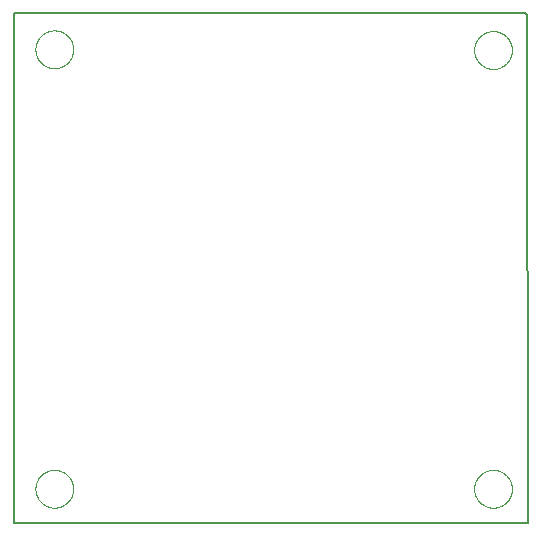
<source format=gtp>
G75*
%MOIN*%
%OFA0B0*%
%FSLAX25Y25*%
%IPPOS*%
%LPD*%
%AMOC8*
5,1,8,0,0,1.08239X$1,22.5*
%
%ADD10C,0.00000*%
%ADD11C,0.00600*%
D10*
X0012501Y0016300D02*
X0012503Y0016458D01*
X0012509Y0016616D01*
X0012519Y0016774D01*
X0012533Y0016932D01*
X0012551Y0017089D01*
X0012572Y0017246D01*
X0012598Y0017402D01*
X0012628Y0017558D01*
X0012661Y0017713D01*
X0012699Y0017866D01*
X0012740Y0018019D01*
X0012785Y0018171D01*
X0012834Y0018322D01*
X0012887Y0018471D01*
X0012943Y0018619D01*
X0013003Y0018765D01*
X0013067Y0018910D01*
X0013135Y0019053D01*
X0013206Y0019195D01*
X0013280Y0019335D01*
X0013358Y0019472D01*
X0013440Y0019608D01*
X0013524Y0019742D01*
X0013613Y0019873D01*
X0013704Y0020002D01*
X0013799Y0020129D01*
X0013896Y0020254D01*
X0013997Y0020376D01*
X0014101Y0020495D01*
X0014208Y0020612D01*
X0014318Y0020726D01*
X0014431Y0020837D01*
X0014546Y0020946D01*
X0014664Y0021051D01*
X0014785Y0021153D01*
X0014908Y0021253D01*
X0015034Y0021349D01*
X0015162Y0021442D01*
X0015292Y0021532D01*
X0015425Y0021618D01*
X0015560Y0021702D01*
X0015696Y0021781D01*
X0015835Y0021858D01*
X0015976Y0021930D01*
X0016118Y0022000D01*
X0016262Y0022065D01*
X0016408Y0022127D01*
X0016555Y0022185D01*
X0016704Y0022240D01*
X0016854Y0022291D01*
X0017005Y0022338D01*
X0017157Y0022381D01*
X0017310Y0022420D01*
X0017465Y0022456D01*
X0017620Y0022487D01*
X0017776Y0022515D01*
X0017932Y0022539D01*
X0018089Y0022559D01*
X0018247Y0022575D01*
X0018404Y0022587D01*
X0018563Y0022595D01*
X0018721Y0022599D01*
X0018879Y0022599D01*
X0019037Y0022595D01*
X0019196Y0022587D01*
X0019353Y0022575D01*
X0019511Y0022559D01*
X0019668Y0022539D01*
X0019824Y0022515D01*
X0019980Y0022487D01*
X0020135Y0022456D01*
X0020290Y0022420D01*
X0020443Y0022381D01*
X0020595Y0022338D01*
X0020746Y0022291D01*
X0020896Y0022240D01*
X0021045Y0022185D01*
X0021192Y0022127D01*
X0021338Y0022065D01*
X0021482Y0022000D01*
X0021624Y0021930D01*
X0021765Y0021858D01*
X0021904Y0021781D01*
X0022040Y0021702D01*
X0022175Y0021618D01*
X0022308Y0021532D01*
X0022438Y0021442D01*
X0022566Y0021349D01*
X0022692Y0021253D01*
X0022815Y0021153D01*
X0022936Y0021051D01*
X0023054Y0020946D01*
X0023169Y0020837D01*
X0023282Y0020726D01*
X0023392Y0020612D01*
X0023499Y0020495D01*
X0023603Y0020376D01*
X0023704Y0020254D01*
X0023801Y0020129D01*
X0023896Y0020002D01*
X0023987Y0019873D01*
X0024076Y0019742D01*
X0024160Y0019608D01*
X0024242Y0019472D01*
X0024320Y0019335D01*
X0024394Y0019195D01*
X0024465Y0019053D01*
X0024533Y0018910D01*
X0024597Y0018765D01*
X0024657Y0018619D01*
X0024713Y0018471D01*
X0024766Y0018322D01*
X0024815Y0018171D01*
X0024860Y0018019D01*
X0024901Y0017866D01*
X0024939Y0017713D01*
X0024972Y0017558D01*
X0025002Y0017402D01*
X0025028Y0017246D01*
X0025049Y0017089D01*
X0025067Y0016932D01*
X0025081Y0016774D01*
X0025091Y0016616D01*
X0025097Y0016458D01*
X0025099Y0016300D01*
X0025097Y0016142D01*
X0025091Y0015984D01*
X0025081Y0015826D01*
X0025067Y0015668D01*
X0025049Y0015511D01*
X0025028Y0015354D01*
X0025002Y0015198D01*
X0024972Y0015042D01*
X0024939Y0014887D01*
X0024901Y0014734D01*
X0024860Y0014581D01*
X0024815Y0014429D01*
X0024766Y0014278D01*
X0024713Y0014129D01*
X0024657Y0013981D01*
X0024597Y0013835D01*
X0024533Y0013690D01*
X0024465Y0013547D01*
X0024394Y0013405D01*
X0024320Y0013265D01*
X0024242Y0013128D01*
X0024160Y0012992D01*
X0024076Y0012858D01*
X0023987Y0012727D01*
X0023896Y0012598D01*
X0023801Y0012471D01*
X0023704Y0012346D01*
X0023603Y0012224D01*
X0023499Y0012105D01*
X0023392Y0011988D01*
X0023282Y0011874D01*
X0023169Y0011763D01*
X0023054Y0011654D01*
X0022936Y0011549D01*
X0022815Y0011447D01*
X0022692Y0011347D01*
X0022566Y0011251D01*
X0022438Y0011158D01*
X0022308Y0011068D01*
X0022175Y0010982D01*
X0022040Y0010898D01*
X0021904Y0010819D01*
X0021765Y0010742D01*
X0021624Y0010670D01*
X0021482Y0010600D01*
X0021338Y0010535D01*
X0021192Y0010473D01*
X0021045Y0010415D01*
X0020896Y0010360D01*
X0020746Y0010309D01*
X0020595Y0010262D01*
X0020443Y0010219D01*
X0020290Y0010180D01*
X0020135Y0010144D01*
X0019980Y0010113D01*
X0019824Y0010085D01*
X0019668Y0010061D01*
X0019511Y0010041D01*
X0019353Y0010025D01*
X0019196Y0010013D01*
X0019037Y0010005D01*
X0018879Y0010001D01*
X0018721Y0010001D01*
X0018563Y0010005D01*
X0018404Y0010013D01*
X0018247Y0010025D01*
X0018089Y0010041D01*
X0017932Y0010061D01*
X0017776Y0010085D01*
X0017620Y0010113D01*
X0017465Y0010144D01*
X0017310Y0010180D01*
X0017157Y0010219D01*
X0017005Y0010262D01*
X0016854Y0010309D01*
X0016704Y0010360D01*
X0016555Y0010415D01*
X0016408Y0010473D01*
X0016262Y0010535D01*
X0016118Y0010600D01*
X0015976Y0010670D01*
X0015835Y0010742D01*
X0015696Y0010819D01*
X0015560Y0010898D01*
X0015425Y0010982D01*
X0015292Y0011068D01*
X0015162Y0011158D01*
X0015034Y0011251D01*
X0014908Y0011347D01*
X0014785Y0011447D01*
X0014664Y0011549D01*
X0014546Y0011654D01*
X0014431Y0011763D01*
X0014318Y0011874D01*
X0014208Y0011988D01*
X0014101Y0012105D01*
X0013997Y0012224D01*
X0013896Y0012346D01*
X0013799Y0012471D01*
X0013704Y0012598D01*
X0013613Y0012727D01*
X0013524Y0012858D01*
X0013440Y0012992D01*
X0013358Y0013128D01*
X0013280Y0013265D01*
X0013206Y0013405D01*
X0013135Y0013547D01*
X0013067Y0013690D01*
X0013003Y0013835D01*
X0012943Y0013981D01*
X0012887Y0014129D01*
X0012834Y0014278D01*
X0012785Y0014429D01*
X0012740Y0014581D01*
X0012699Y0014734D01*
X0012661Y0014887D01*
X0012628Y0015042D01*
X0012598Y0015198D01*
X0012572Y0015354D01*
X0012551Y0015511D01*
X0012533Y0015668D01*
X0012519Y0015826D01*
X0012509Y0015984D01*
X0012503Y0016142D01*
X0012501Y0016300D01*
X0012501Y0162800D02*
X0012503Y0162958D01*
X0012509Y0163116D01*
X0012519Y0163274D01*
X0012533Y0163432D01*
X0012551Y0163589D01*
X0012572Y0163746D01*
X0012598Y0163902D01*
X0012628Y0164058D01*
X0012661Y0164213D01*
X0012699Y0164366D01*
X0012740Y0164519D01*
X0012785Y0164671D01*
X0012834Y0164822D01*
X0012887Y0164971D01*
X0012943Y0165119D01*
X0013003Y0165265D01*
X0013067Y0165410D01*
X0013135Y0165553D01*
X0013206Y0165695D01*
X0013280Y0165835D01*
X0013358Y0165972D01*
X0013440Y0166108D01*
X0013524Y0166242D01*
X0013613Y0166373D01*
X0013704Y0166502D01*
X0013799Y0166629D01*
X0013896Y0166754D01*
X0013997Y0166876D01*
X0014101Y0166995D01*
X0014208Y0167112D01*
X0014318Y0167226D01*
X0014431Y0167337D01*
X0014546Y0167446D01*
X0014664Y0167551D01*
X0014785Y0167653D01*
X0014908Y0167753D01*
X0015034Y0167849D01*
X0015162Y0167942D01*
X0015292Y0168032D01*
X0015425Y0168118D01*
X0015560Y0168202D01*
X0015696Y0168281D01*
X0015835Y0168358D01*
X0015976Y0168430D01*
X0016118Y0168500D01*
X0016262Y0168565D01*
X0016408Y0168627D01*
X0016555Y0168685D01*
X0016704Y0168740D01*
X0016854Y0168791D01*
X0017005Y0168838D01*
X0017157Y0168881D01*
X0017310Y0168920D01*
X0017465Y0168956D01*
X0017620Y0168987D01*
X0017776Y0169015D01*
X0017932Y0169039D01*
X0018089Y0169059D01*
X0018247Y0169075D01*
X0018404Y0169087D01*
X0018563Y0169095D01*
X0018721Y0169099D01*
X0018879Y0169099D01*
X0019037Y0169095D01*
X0019196Y0169087D01*
X0019353Y0169075D01*
X0019511Y0169059D01*
X0019668Y0169039D01*
X0019824Y0169015D01*
X0019980Y0168987D01*
X0020135Y0168956D01*
X0020290Y0168920D01*
X0020443Y0168881D01*
X0020595Y0168838D01*
X0020746Y0168791D01*
X0020896Y0168740D01*
X0021045Y0168685D01*
X0021192Y0168627D01*
X0021338Y0168565D01*
X0021482Y0168500D01*
X0021624Y0168430D01*
X0021765Y0168358D01*
X0021904Y0168281D01*
X0022040Y0168202D01*
X0022175Y0168118D01*
X0022308Y0168032D01*
X0022438Y0167942D01*
X0022566Y0167849D01*
X0022692Y0167753D01*
X0022815Y0167653D01*
X0022936Y0167551D01*
X0023054Y0167446D01*
X0023169Y0167337D01*
X0023282Y0167226D01*
X0023392Y0167112D01*
X0023499Y0166995D01*
X0023603Y0166876D01*
X0023704Y0166754D01*
X0023801Y0166629D01*
X0023896Y0166502D01*
X0023987Y0166373D01*
X0024076Y0166242D01*
X0024160Y0166108D01*
X0024242Y0165972D01*
X0024320Y0165835D01*
X0024394Y0165695D01*
X0024465Y0165553D01*
X0024533Y0165410D01*
X0024597Y0165265D01*
X0024657Y0165119D01*
X0024713Y0164971D01*
X0024766Y0164822D01*
X0024815Y0164671D01*
X0024860Y0164519D01*
X0024901Y0164366D01*
X0024939Y0164213D01*
X0024972Y0164058D01*
X0025002Y0163902D01*
X0025028Y0163746D01*
X0025049Y0163589D01*
X0025067Y0163432D01*
X0025081Y0163274D01*
X0025091Y0163116D01*
X0025097Y0162958D01*
X0025099Y0162800D01*
X0025097Y0162642D01*
X0025091Y0162484D01*
X0025081Y0162326D01*
X0025067Y0162168D01*
X0025049Y0162011D01*
X0025028Y0161854D01*
X0025002Y0161698D01*
X0024972Y0161542D01*
X0024939Y0161387D01*
X0024901Y0161234D01*
X0024860Y0161081D01*
X0024815Y0160929D01*
X0024766Y0160778D01*
X0024713Y0160629D01*
X0024657Y0160481D01*
X0024597Y0160335D01*
X0024533Y0160190D01*
X0024465Y0160047D01*
X0024394Y0159905D01*
X0024320Y0159765D01*
X0024242Y0159628D01*
X0024160Y0159492D01*
X0024076Y0159358D01*
X0023987Y0159227D01*
X0023896Y0159098D01*
X0023801Y0158971D01*
X0023704Y0158846D01*
X0023603Y0158724D01*
X0023499Y0158605D01*
X0023392Y0158488D01*
X0023282Y0158374D01*
X0023169Y0158263D01*
X0023054Y0158154D01*
X0022936Y0158049D01*
X0022815Y0157947D01*
X0022692Y0157847D01*
X0022566Y0157751D01*
X0022438Y0157658D01*
X0022308Y0157568D01*
X0022175Y0157482D01*
X0022040Y0157398D01*
X0021904Y0157319D01*
X0021765Y0157242D01*
X0021624Y0157170D01*
X0021482Y0157100D01*
X0021338Y0157035D01*
X0021192Y0156973D01*
X0021045Y0156915D01*
X0020896Y0156860D01*
X0020746Y0156809D01*
X0020595Y0156762D01*
X0020443Y0156719D01*
X0020290Y0156680D01*
X0020135Y0156644D01*
X0019980Y0156613D01*
X0019824Y0156585D01*
X0019668Y0156561D01*
X0019511Y0156541D01*
X0019353Y0156525D01*
X0019196Y0156513D01*
X0019037Y0156505D01*
X0018879Y0156501D01*
X0018721Y0156501D01*
X0018563Y0156505D01*
X0018404Y0156513D01*
X0018247Y0156525D01*
X0018089Y0156541D01*
X0017932Y0156561D01*
X0017776Y0156585D01*
X0017620Y0156613D01*
X0017465Y0156644D01*
X0017310Y0156680D01*
X0017157Y0156719D01*
X0017005Y0156762D01*
X0016854Y0156809D01*
X0016704Y0156860D01*
X0016555Y0156915D01*
X0016408Y0156973D01*
X0016262Y0157035D01*
X0016118Y0157100D01*
X0015976Y0157170D01*
X0015835Y0157242D01*
X0015696Y0157319D01*
X0015560Y0157398D01*
X0015425Y0157482D01*
X0015292Y0157568D01*
X0015162Y0157658D01*
X0015034Y0157751D01*
X0014908Y0157847D01*
X0014785Y0157947D01*
X0014664Y0158049D01*
X0014546Y0158154D01*
X0014431Y0158263D01*
X0014318Y0158374D01*
X0014208Y0158488D01*
X0014101Y0158605D01*
X0013997Y0158724D01*
X0013896Y0158846D01*
X0013799Y0158971D01*
X0013704Y0159098D01*
X0013613Y0159227D01*
X0013524Y0159358D01*
X0013440Y0159492D01*
X0013358Y0159628D01*
X0013280Y0159765D01*
X0013206Y0159905D01*
X0013135Y0160047D01*
X0013067Y0160190D01*
X0013003Y0160335D01*
X0012943Y0160481D01*
X0012887Y0160629D01*
X0012834Y0160778D01*
X0012785Y0160929D01*
X0012740Y0161081D01*
X0012699Y0161234D01*
X0012661Y0161387D01*
X0012628Y0161542D01*
X0012598Y0161698D01*
X0012572Y0161854D01*
X0012551Y0162011D01*
X0012533Y0162168D01*
X0012519Y0162326D01*
X0012509Y0162484D01*
X0012503Y0162642D01*
X0012501Y0162800D01*
X0158751Y0162550D02*
X0158753Y0162708D01*
X0158759Y0162866D01*
X0158769Y0163024D01*
X0158783Y0163182D01*
X0158801Y0163339D01*
X0158822Y0163496D01*
X0158848Y0163652D01*
X0158878Y0163808D01*
X0158911Y0163963D01*
X0158949Y0164116D01*
X0158990Y0164269D01*
X0159035Y0164421D01*
X0159084Y0164572D01*
X0159137Y0164721D01*
X0159193Y0164869D01*
X0159253Y0165015D01*
X0159317Y0165160D01*
X0159385Y0165303D01*
X0159456Y0165445D01*
X0159530Y0165585D01*
X0159608Y0165722D01*
X0159690Y0165858D01*
X0159774Y0165992D01*
X0159863Y0166123D01*
X0159954Y0166252D01*
X0160049Y0166379D01*
X0160146Y0166504D01*
X0160247Y0166626D01*
X0160351Y0166745D01*
X0160458Y0166862D01*
X0160568Y0166976D01*
X0160681Y0167087D01*
X0160796Y0167196D01*
X0160914Y0167301D01*
X0161035Y0167403D01*
X0161158Y0167503D01*
X0161284Y0167599D01*
X0161412Y0167692D01*
X0161542Y0167782D01*
X0161675Y0167868D01*
X0161810Y0167952D01*
X0161946Y0168031D01*
X0162085Y0168108D01*
X0162226Y0168180D01*
X0162368Y0168250D01*
X0162512Y0168315D01*
X0162658Y0168377D01*
X0162805Y0168435D01*
X0162954Y0168490D01*
X0163104Y0168541D01*
X0163255Y0168588D01*
X0163407Y0168631D01*
X0163560Y0168670D01*
X0163715Y0168706D01*
X0163870Y0168737D01*
X0164026Y0168765D01*
X0164182Y0168789D01*
X0164339Y0168809D01*
X0164497Y0168825D01*
X0164654Y0168837D01*
X0164813Y0168845D01*
X0164971Y0168849D01*
X0165129Y0168849D01*
X0165287Y0168845D01*
X0165446Y0168837D01*
X0165603Y0168825D01*
X0165761Y0168809D01*
X0165918Y0168789D01*
X0166074Y0168765D01*
X0166230Y0168737D01*
X0166385Y0168706D01*
X0166540Y0168670D01*
X0166693Y0168631D01*
X0166845Y0168588D01*
X0166996Y0168541D01*
X0167146Y0168490D01*
X0167295Y0168435D01*
X0167442Y0168377D01*
X0167588Y0168315D01*
X0167732Y0168250D01*
X0167874Y0168180D01*
X0168015Y0168108D01*
X0168154Y0168031D01*
X0168290Y0167952D01*
X0168425Y0167868D01*
X0168558Y0167782D01*
X0168688Y0167692D01*
X0168816Y0167599D01*
X0168942Y0167503D01*
X0169065Y0167403D01*
X0169186Y0167301D01*
X0169304Y0167196D01*
X0169419Y0167087D01*
X0169532Y0166976D01*
X0169642Y0166862D01*
X0169749Y0166745D01*
X0169853Y0166626D01*
X0169954Y0166504D01*
X0170051Y0166379D01*
X0170146Y0166252D01*
X0170237Y0166123D01*
X0170326Y0165992D01*
X0170410Y0165858D01*
X0170492Y0165722D01*
X0170570Y0165585D01*
X0170644Y0165445D01*
X0170715Y0165303D01*
X0170783Y0165160D01*
X0170847Y0165015D01*
X0170907Y0164869D01*
X0170963Y0164721D01*
X0171016Y0164572D01*
X0171065Y0164421D01*
X0171110Y0164269D01*
X0171151Y0164116D01*
X0171189Y0163963D01*
X0171222Y0163808D01*
X0171252Y0163652D01*
X0171278Y0163496D01*
X0171299Y0163339D01*
X0171317Y0163182D01*
X0171331Y0163024D01*
X0171341Y0162866D01*
X0171347Y0162708D01*
X0171349Y0162550D01*
X0171347Y0162392D01*
X0171341Y0162234D01*
X0171331Y0162076D01*
X0171317Y0161918D01*
X0171299Y0161761D01*
X0171278Y0161604D01*
X0171252Y0161448D01*
X0171222Y0161292D01*
X0171189Y0161137D01*
X0171151Y0160984D01*
X0171110Y0160831D01*
X0171065Y0160679D01*
X0171016Y0160528D01*
X0170963Y0160379D01*
X0170907Y0160231D01*
X0170847Y0160085D01*
X0170783Y0159940D01*
X0170715Y0159797D01*
X0170644Y0159655D01*
X0170570Y0159515D01*
X0170492Y0159378D01*
X0170410Y0159242D01*
X0170326Y0159108D01*
X0170237Y0158977D01*
X0170146Y0158848D01*
X0170051Y0158721D01*
X0169954Y0158596D01*
X0169853Y0158474D01*
X0169749Y0158355D01*
X0169642Y0158238D01*
X0169532Y0158124D01*
X0169419Y0158013D01*
X0169304Y0157904D01*
X0169186Y0157799D01*
X0169065Y0157697D01*
X0168942Y0157597D01*
X0168816Y0157501D01*
X0168688Y0157408D01*
X0168558Y0157318D01*
X0168425Y0157232D01*
X0168290Y0157148D01*
X0168154Y0157069D01*
X0168015Y0156992D01*
X0167874Y0156920D01*
X0167732Y0156850D01*
X0167588Y0156785D01*
X0167442Y0156723D01*
X0167295Y0156665D01*
X0167146Y0156610D01*
X0166996Y0156559D01*
X0166845Y0156512D01*
X0166693Y0156469D01*
X0166540Y0156430D01*
X0166385Y0156394D01*
X0166230Y0156363D01*
X0166074Y0156335D01*
X0165918Y0156311D01*
X0165761Y0156291D01*
X0165603Y0156275D01*
X0165446Y0156263D01*
X0165287Y0156255D01*
X0165129Y0156251D01*
X0164971Y0156251D01*
X0164813Y0156255D01*
X0164654Y0156263D01*
X0164497Y0156275D01*
X0164339Y0156291D01*
X0164182Y0156311D01*
X0164026Y0156335D01*
X0163870Y0156363D01*
X0163715Y0156394D01*
X0163560Y0156430D01*
X0163407Y0156469D01*
X0163255Y0156512D01*
X0163104Y0156559D01*
X0162954Y0156610D01*
X0162805Y0156665D01*
X0162658Y0156723D01*
X0162512Y0156785D01*
X0162368Y0156850D01*
X0162226Y0156920D01*
X0162085Y0156992D01*
X0161946Y0157069D01*
X0161810Y0157148D01*
X0161675Y0157232D01*
X0161542Y0157318D01*
X0161412Y0157408D01*
X0161284Y0157501D01*
X0161158Y0157597D01*
X0161035Y0157697D01*
X0160914Y0157799D01*
X0160796Y0157904D01*
X0160681Y0158013D01*
X0160568Y0158124D01*
X0160458Y0158238D01*
X0160351Y0158355D01*
X0160247Y0158474D01*
X0160146Y0158596D01*
X0160049Y0158721D01*
X0159954Y0158848D01*
X0159863Y0158977D01*
X0159774Y0159108D01*
X0159690Y0159242D01*
X0159608Y0159378D01*
X0159530Y0159515D01*
X0159456Y0159655D01*
X0159385Y0159797D01*
X0159317Y0159940D01*
X0159253Y0160085D01*
X0159193Y0160231D01*
X0159137Y0160379D01*
X0159084Y0160528D01*
X0159035Y0160679D01*
X0158990Y0160831D01*
X0158949Y0160984D01*
X0158911Y0161137D01*
X0158878Y0161292D01*
X0158848Y0161448D01*
X0158822Y0161604D01*
X0158801Y0161761D01*
X0158783Y0161918D01*
X0158769Y0162076D01*
X0158759Y0162234D01*
X0158753Y0162392D01*
X0158751Y0162550D01*
X0158751Y0016300D02*
X0158753Y0016458D01*
X0158759Y0016616D01*
X0158769Y0016774D01*
X0158783Y0016932D01*
X0158801Y0017089D01*
X0158822Y0017246D01*
X0158848Y0017402D01*
X0158878Y0017558D01*
X0158911Y0017713D01*
X0158949Y0017866D01*
X0158990Y0018019D01*
X0159035Y0018171D01*
X0159084Y0018322D01*
X0159137Y0018471D01*
X0159193Y0018619D01*
X0159253Y0018765D01*
X0159317Y0018910D01*
X0159385Y0019053D01*
X0159456Y0019195D01*
X0159530Y0019335D01*
X0159608Y0019472D01*
X0159690Y0019608D01*
X0159774Y0019742D01*
X0159863Y0019873D01*
X0159954Y0020002D01*
X0160049Y0020129D01*
X0160146Y0020254D01*
X0160247Y0020376D01*
X0160351Y0020495D01*
X0160458Y0020612D01*
X0160568Y0020726D01*
X0160681Y0020837D01*
X0160796Y0020946D01*
X0160914Y0021051D01*
X0161035Y0021153D01*
X0161158Y0021253D01*
X0161284Y0021349D01*
X0161412Y0021442D01*
X0161542Y0021532D01*
X0161675Y0021618D01*
X0161810Y0021702D01*
X0161946Y0021781D01*
X0162085Y0021858D01*
X0162226Y0021930D01*
X0162368Y0022000D01*
X0162512Y0022065D01*
X0162658Y0022127D01*
X0162805Y0022185D01*
X0162954Y0022240D01*
X0163104Y0022291D01*
X0163255Y0022338D01*
X0163407Y0022381D01*
X0163560Y0022420D01*
X0163715Y0022456D01*
X0163870Y0022487D01*
X0164026Y0022515D01*
X0164182Y0022539D01*
X0164339Y0022559D01*
X0164497Y0022575D01*
X0164654Y0022587D01*
X0164813Y0022595D01*
X0164971Y0022599D01*
X0165129Y0022599D01*
X0165287Y0022595D01*
X0165446Y0022587D01*
X0165603Y0022575D01*
X0165761Y0022559D01*
X0165918Y0022539D01*
X0166074Y0022515D01*
X0166230Y0022487D01*
X0166385Y0022456D01*
X0166540Y0022420D01*
X0166693Y0022381D01*
X0166845Y0022338D01*
X0166996Y0022291D01*
X0167146Y0022240D01*
X0167295Y0022185D01*
X0167442Y0022127D01*
X0167588Y0022065D01*
X0167732Y0022000D01*
X0167874Y0021930D01*
X0168015Y0021858D01*
X0168154Y0021781D01*
X0168290Y0021702D01*
X0168425Y0021618D01*
X0168558Y0021532D01*
X0168688Y0021442D01*
X0168816Y0021349D01*
X0168942Y0021253D01*
X0169065Y0021153D01*
X0169186Y0021051D01*
X0169304Y0020946D01*
X0169419Y0020837D01*
X0169532Y0020726D01*
X0169642Y0020612D01*
X0169749Y0020495D01*
X0169853Y0020376D01*
X0169954Y0020254D01*
X0170051Y0020129D01*
X0170146Y0020002D01*
X0170237Y0019873D01*
X0170326Y0019742D01*
X0170410Y0019608D01*
X0170492Y0019472D01*
X0170570Y0019335D01*
X0170644Y0019195D01*
X0170715Y0019053D01*
X0170783Y0018910D01*
X0170847Y0018765D01*
X0170907Y0018619D01*
X0170963Y0018471D01*
X0171016Y0018322D01*
X0171065Y0018171D01*
X0171110Y0018019D01*
X0171151Y0017866D01*
X0171189Y0017713D01*
X0171222Y0017558D01*
X0171252Y0017402D01*
X0171278Y0017246D01*
X0171299Y0017089D01*
X0171317Y0016932D01*
X0171331Y0016774D01*
X0171341Y0016616D01*
X0171347Y0016458D01*
X0171349Y0016300D01*
X0171347Y0016142D01*
X0171341Y0015984D01*
X0171331Y0015826D01*
X0171317Y0015668D01*
X0171299Y0015511D01*
X0171278Y0015354D01*
X0171252Y0015198D01*
X0171222Y0015042D01*
X0171189Y0014887D01*
X0171151Y0014734D01*
X0171110Y0014581D01*
X0171065Y0014429D01*
X0171016Y0014278D01*
X0170963Y0014129D01*
X0170907Y0013981D01*
X0170847Y0013835D01*
X0170783Y0013690D01*
X0170715Y0013547D01*
X0170644Y0013405D01*
X0170570Y0013265D01*
X0170492Y0013128D01*
X0170410Y0012992D01*
X0170326Y0012858D01*
X0170237Y0012727D01*
X0170146Y0012598D01*
X0170051Y0012471D01*
X0169954Y0012346D01*
X0169853Y0012224D01*
X0169749Y0012105D01*
X0169642Y0011988D01*
X0169532Y0011874D01*
X0169419Y0011763D01*
X0169304Y0011654D01*
X0169186Y0011549D01*
X0169065Y0011447D01*
X0168942Y0011347D01*
X0168816Y0011251D01*
X0168688Y0011158D01*
X0168558Y0011068D01*
X0168425Y0010982D01*
X0168290Y0010898D01*
X0168154Y0010819D01*
X0168015Y0010742D01*
X0167874Y0010670D01*
X0167732Y0010600D01*
X0167588Y0010535D01*
X0167442Y0010473D01*
X0167295Y0010415D01*
X0167146Y0010360D01*
X0166996Y0010309D01*
X0166845Y0010262D01*
X0166693Y0010219D01*
X0166540Y0010180D01*
X0166385Y0010144D01*
X0166230Y0010113D01*
X0166074Y0010085D01*
X0165918Y0010061D01*
X0165761Y0010041D01*
X0165603Y0010025D01*
X0165446Y0010013D01*
X0165287Y0010005D01*
X0165129Y0010001D01*
X0164971Y0010001D01*
X0164813Y0010005D01*
X0164654Y0010013D01*
X0164497Y0010025D01*
X0164339Y0010041D01*
X0164182Y0010061D01*
X0164026Y0010085D01*
X0163870Y0010113D01*
X0163715Y0010144D01*
X0163560Y0010180D01*
X0163407Y0010219D01*
X0163255Y0010262D01*
X0163104Y0010309D01*
X0162954Y0010360D01*
X0162805Y0010415D01*
X0162658Y0010473D01*
X0162512Y0010535D01*
X0162368Y0010600D01*
X0162226Y0010670D01*
X0162085Y0010742D01*
X0161946Y0010819D01*
X0161810Y0010898D01*
X0161675Y0010982D01*
X0161542Y0011068D01*
X0161412Y0011158D01*
X0161284Y0011251D01*
X0161158Y0011347D01*
X0161035Y0011447D01*
X0160914Y0011549D01*
X0160796Y0011654D01*
X0160681Y0011763D01*
X0160568Y0011874D01*
X0160458Y0011988D01*
X0160351Y0012105D01*
X0160247Y0012224D01*
X0160146Y0012346D01*
X0160049Y0012471D01*
X0159954Y0012598D01*
X0159863Y0012727D01*
X0159774Y0012858D01*
X0159690Y0012992D01*
X0159608Y0013128D01*
X0159530Y0013265D01*
X0159456Y0013405D01*
X0159385Y0013547D01*
X0159317Y0013690D01*
X0159253Y0013835D01*
X0159193Y0013981D01*
X0159137Y0014129D01*
X0159084Y0014278D01*
X0159035Y0014429D01*
X0158990Y0014581D01*
X0158949Y0014734D01*
X0158911Y0014887D01*
X0158878Y0015042D01*
X0158848Y0015198D01*
X0158822Y0015354D01*
X0158801Y0015511D01*
X0158783Y0015668D01*
X0158769Y0015826D01*
X0158759Y0015984D01*
X0158753Y0016142D01*
X0158751Y0016300D01*
D11*
X0005300Y0004800D02*
X0005300Y0174800D01*
X0175800Y0174800D01*
X0176300Y0174300D01*
X0176800Y0004800D01*
X0005300Y0004800D01*
M02*

</source>
